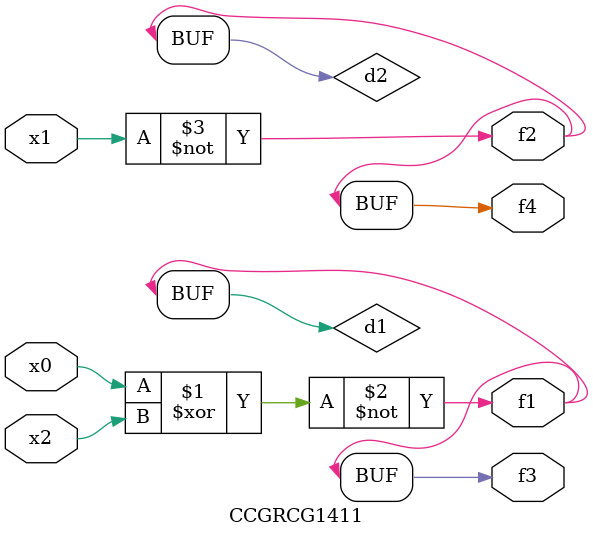
<source format=v>
module CCGRCG1411(
	input x0, x1, x2,
	output f1, f2, f3, f4
);

	wire d1, d2, d3;

	xnor (d1, x0, x2);
	nand (d2, x1);
	nor (d3, x1, x2);
	assign f1 = d1;
	assign f2 = d2;
	assign f3 = d1;
	assign f4 = d2;
endmodule

</source>
